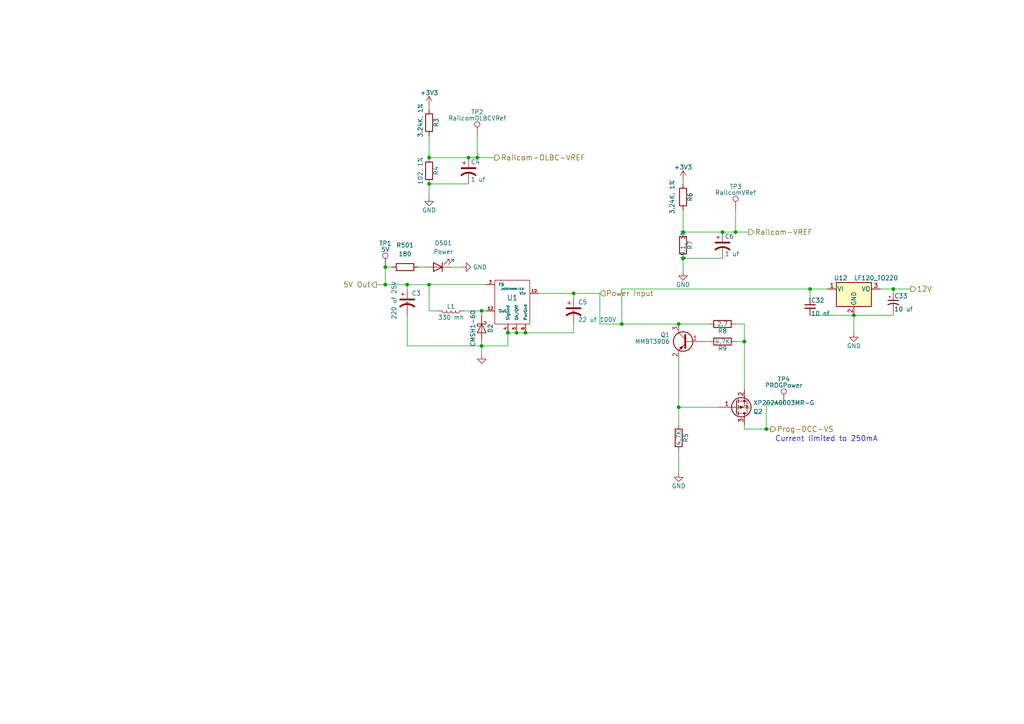
<source format=kicad_sch>
(kicad_sch (version 20211123) (generator eeschema)
  (paper "A4")
  (title_block (title "Pocket Beagle DCC Command Station (SMD version)") (date "2021-04-09") (rev "A") (company "Deepwoods Software") (comment 1 "Power Supplies"))
  (lib_symbols
    (symbol "Device:LED" (pin_numbers hide) (pin_names (offset 1.016) hide)
      (property "Reference" "D" (at 0 2.54 0))
      (property "Value" "LED" (at 0 -2.54 0))
      (symbol "LED_0_1"
        (polyline (pts (xy -1.27 -1.27) (xy -1.27 1.27)) (stroke (width 0.254)))
        (polyline (pts (xy -1.27 0) (xy 1.27 0)))
        (polyline (pts (xy 1.27 -1.27) (xy 1.27 1.27) (xy -1.27 0) (xy 1.27 -1.27)) (stroke (width 0.254)))
        (polyline (pts (xy -3.048 -0.762) (xy -4.572 -2.286) (xy -3.81 -2.286) (xy -4.572 -2.286) (xy -4.572 -1.524)))
        (polyline (pts (xy -1.778 -0.762) (xy -3.302 -2.286) (xy -2.54 -2.286) (xy -3.302 -2.286) (xy -3.302 -1.524)))
      )
      (symbol "LED_1_1"
        (pin passive line (at -3.81 0 0) (length 2.54) (name "K") (number "1"))
        (pin passive line (at 3.81 0 180) (length 2.54) (name "A") (number "2"))
      )
    )
    (symbol "Device:R" (pin_numbers hide) (pin_names (offset 0))
      (property "Reference" "R" (at 2.032 0 90))
      (property "Value" "R" (at 0 0 90))
      (symbol "R_0_1"
        (rectangle (start -1.016 -2.54) (end 1.016 2.54) (stroke (width 0.254)))
      )
      (symbol "R_1_1"
        (pin passive line (at 0 3.81 270) (length 1.27) (name "~") (number "1"))
        (pin passive line (at 0 -3.81 90) (length 1.27) (name "~") (number "2"))
      )
    )
    (symbol "PocketBeagleCommandStation_SMD-rescue:+3.3V" (power) (pin_names (offset 0))
      (property "Value" "+3.3V" (at 0 3.556 0))
      (symbol "+3.3V_0_1"
        (polyline (pts (xy -0.762 1.27) (xy 0 2.54)))
        (polyline (pts (xy 0 0) (xy 0 2.54)))
        (polyline (pts (xy 0 2.54) (xy 0.762 1.27)))
      )
      (symbol "+3.3V_1_1"
        (pin power_in line (at 0 0 90) (length 0) hide (name "+3V3") (number "1"))
      )
    )
    (symbol "PocketBeagleCommandStation_SMD-rescue:CP1" (pin_numbers hide) (pin_names (offset 0.254) hide)
      (property "Reference" "C" (at 0.635 2.54 0))
      (property "Value" "CP1" (at 0.635 -2.54 0))
      (symbol "CP1_0_1"
        (polyline (pts (xy -2.032 0.762) (xy 2.032 0.762)) (stroke (width 0.508)))
        (polyline (pts (xy -1.778 2.286) (xy -0.762 2.286)))
        (polyline (pts (xy -1.27 1.778) (xy -1.27 2.794)))
        (arc (start 2.032 -1.27) (mid 0 -0.5572) (end -2.032 -1.27) (stroke (width 0.508)))
      )
      (symbol "CP1_1_1"
        (pin passive line (at 0 3.81 270) (length 2.794) (name "~") (number "1"))
        (pin passive line (at 0 -3.81 90) (length 3.302) (name "~") (number "2"))
      )
    )
    (symbol "PocketBeagleCommandStation_SMD-rescue:CP1_Small" (pin_numbers hide) (pin_names (offset 0.254) hide)
      (property "Reference" "C" (at 0.254 1.778 0))
      (property "Value" "CP1_Small" (at 0.254 -2.032 0))
      (symbol "CP1_Small_0_1"
        (polyline (pts (xy -1.524 0.508) (xy 1.524 0.508)) (stroke (width 0.3048)))
        (polyline (pts (xy -1.27 1.524) (xy -0.762 1.524)))
        (polyline (pts (xy -1.016 1.27) (xy -1.016 1.778)))
        (arc (start 1.524 -0.762) (mid 0 -0.3734) (end -1.524 -0.762) (stroke (width 0.3048)))
      )
      (symbol "CP1_Small_1_1"
        (pin passive line (at 0 2.54 270) (length 2.032) (name "~") (number "1"))
        (pin passive line (at 0 -2.54 90) (length 2.032) (name "~") (number "2"))
      )
    )
    (symbol "PocketBeagleCommandStation_SMD-rescue:C_Small" (pin_numbers hide) (pin_names (offset 0.254) hide)
      (property "Reference" "C" (at 0.254 1.778 0))
      (property "Value" "C_Small" (at 0.254 -2.032 0))
      (symbol "C_Small_0_1"
        (polyline (pts (xy -1.524 -0.508) (xy 1.524 -0.508)) (stroke (width 0.3302)))
        (polyline (pts (xy -1.524 0.508) (xy 1.524 0.508)) (stroke (width 0.3048)))
      )
      (symbol "C_Small_1_1"
        (pin passive line (at 0 2.54 270) (length 2.032) (name "~") (number "1"))
        (pin passive line (at 0 -2.54 90) (length 2.032) (name "~") (number "2"))
      )
    )
    (symbol "PocketBeagleCommandStation_SMD-rescue:D_Schottky" (pin_numbers hide) (pin_names (offset 1.016) hide)
      (property "Reference" "D" (at 0 2.54 0))
      (property "Value" "D_Schottky" (at 0 -2.54 0))
      (symbol "D_Schottky_0_1"
        (polyline (pts (xy 1.27 0) (xy -1.27 0)))
        (polyline (pts (xy 1.27 1.27) (xy 1.27 -1.27) (xy -1.27 0) (xy 1.27 1.27)) (stroke (width 0.2032)))
        (polyline (pts (xy -1.905 0.635) (xy -1.905 1.27) (xy -1.27 1.27) (xy -1.27 -1.27) (xy -0.635 -1.27) (xy -0.635 -0.635)) (stroke (width 0.2032)))
      )
      (symbol "D_Schottky_1_1"
        (pin passive line (at -3.81 0 0) (length 2.54) (name "K") (number "1"))
        (pin passive line (at 3.81 0 180) (length 2.54) (name "A") (number "2"))
      )
    )
    (symbol "PocketBeagleCommandStation_SMD-rescue:GND" (power) (pin_names (offset 0))
      (property "Value" "GND" (at 0 -3.81 0))
      (symbol "GND_0_1"
        (polyline (pts (xy 0 0) (xy 0 -1.27) (xy 1.27 -1.27) (xy 0 -2.54) (xy -1.27 -1.27) (xy 0 -1.27)))
      )
      (symbol "GND_1_1"
        (pin power_in line (at 0 0 270) (length 0) hide (name "GND") (number "1"))
      )
    )
    (symbol "PocketBeagleCommandStation_SMD-rescue:L" (pin_numbers hide) (pin_names (offset 1.016) hide)
      (property "Reference" "L" (at -1.27 0 90))
      (property "Value" "L" (at 1.905 0 90))
      (symbol "L_0_1"
        (arc (start 0 -2.54) (mid 0.635 -1.905) (end 0 -1.27))
        (arc (start 0 -1.27) (mid 0.635 -0.635) (end 0 0))
        (arc (start 0 0) (mid 0.635 0.635) (end 0 1.27))
        (arc (start 0 1.27) (mid 0.635 1.905) (end 0 2.54))
      )
      (symbol "L_1_1"
        (pin passive line (at 0 3.81 270) (length 1.27) (name "1") (number "1"))
        (pin passive line (at 0 -3.81 90) (length 1.27) (name "2") (number "2"))
      )
    )
    (symbol "PocketBeagleCommandStation_SMD-rescue:LF120_TO220" (pin_names (offset 0.254))
      (property "Reference" "U" (at -3.81 3.175 0))
      (property "Value" "LF120_TO220" (at 0 3.175 0))
      (symbol "LF120_TO220_0_1"
        (rectangle (start -5.08 1.905) (end 5.08 -5.08) (stroke (width 0.254)) (fill (type background)))
      )
      (symbol "LF120_TO220_1_1"
        (pin power_in line (at -7.62 0 0) (length 2.54) (name "VI") (number "1"))
        (pin power_in line (at 0 -7.62 90) (length 2.54) (name "GND") (number "2"))
        (pin power_out line (at 7.62 0 180) (length 2.54) (name "VO") (number "3"))
      )
    )
    (symbol "PocketBeagleCommandStation_SMD-rescue:MMBT3906" (pin_names (offset 0) hide)
      (property "Reference" "Q" (at 5.08 1.905 0))
      (property "Value" "MMBT3906" (at 5.08 0 0))
      (symbol "MMBT3906_0_1"
        (polyline (pts (xy 0.635 0.635) (xy 2.54 2.54)))
        (polyline (pts (xy 0.635 -0.635) (xy 2.54 -2.54) (xy 2.54 -2.54)))
        (polyline (pts (xy 0.635 1.905) (xy 0.635 -1.905) (xy 0.635 -1.905)) (stroke (width 0.508)))
        (polyline (pts (xy 2.286 -1.778) (xy 1.778 -2.286) (xy 1.27 -1.27) (xy 2.286 -1.778) (xy 2.286 -1.778)) (fill (type outline)))
        (circle (center 1.27 0) (radius 2.8194) (stroke (width 0.254)))
      )
      (symbol "MMBT3906_1_1"
        (pin input line (at -5.08 0 0) (length 5.715) (name "B") (number "1"))
        (pin passive line (at 2.54 -5.08 90) (length 2.54) (name "E") (number "2"))
        (pin passive line (at 2.54 5.08 270) (length 2.54) (name "C") (number "3"))
      )
    )
    (symbol "PocketBeagleCommandStation_SMD-rescue:Q_PMOS_GSD" (pin_names (offset 0) hide)
      (property "Reference" "Q" (at 5.08 1.27 0))
      (property "Value" "Q_PMOS_GSD" (at 5.08 -1.27 0))
      (symbol "Q_PMOS_GSD_0_1"
        (polyline (pts (xy 0.0508 0) (xy 0.254 0)))
        (polyline (pts (xy 0.762 -1.778) (xy 2.54 -1.778)))
        (polyline (pts (xy 0.762 -1.27) (xy 0.762 -2.286)) (stroke (width 0.254)))
        (polyline (pts (xy 0.762 0) (xy 2.54 0)))
        (polyline (pts (xy 0.762 0.508) (xy 0.762 -0.508)) (stroke (width 0.254)))
        (polyline (pts (xy 0.762 1.778) (xy 2.54 1.778)))
        (polyline (pts (xy 0.762 2.286) (xy 0.762 1.27)) (stroke (width 0.254)))
        (polyline (pts (xy 2.54 -1.778) (xy 2.54 -2.54)))
        (polyline (pts (xy 2.54 -1.778) (xy 2.54 0)))
        (polyline (pts (xy 2.54 2.54) (xy 2.54 1.778)))
        (polyline (pts (xy 0.254 1.905) (xy 0.254 -1.905) (xy 0.254 -1.905)) (stroke (width 0.254)))
        (polyline (pts (xy 2.286 0) (xy 1.27 -0.381) (xy 1.27 0.381) (xy 2.286 0)) (fill (type outline)))
        (polyline (pts (xy 2.54 -1.778) (xy 3.302 -1.778) (xy 3.302 1.778) (xy 2.54 1.778)))
        (polyline (pts (xy 2.794 -0.508) (xy 2.921 -0.381) (xy 3.683 -0.381) (xy 3.81 -0.254)))
        (polyline (pts (xy 3.302 -0.381) (xy 2.921 0.254) (xy 3.683 0.254) (xy 3.302 -0.381)))
        (circle (center 1.651 0) (radius 2.8194) (stroke (width 0.254)))
        (circle (center 2.54 -1.778) (radius 0.2794) (fill (type outline)))
        (circle (center 2.54 1.778) (radius 0.2794) (fill (type outline)))
      )
      (symbol "Q_PMOS_GSD_1_1"
        (pin input line (at -5.08 0 0) (length 5.08) (name "G") (number "1"))
        (pin passive line (at 2.54 -5.08 90) (length 2.54) (name "S") (number "2"))
        (pin passive line (at 2.54 5.08 270) (length 2.54) (name "D") (number "3"))
      )
    )
    (symbol "PocketBeagleCommandStation_SMD-rescue:R" (pin_numbers hide) (pin_names (offset 0))
      (property "Reference" "R" (at 2.032 0 90))
      (property "Value" "R" (at 0 0 90))
      (symbol "R_0_1"
        (rectangle (start -1.016 -2.54) (end 1.016 2.54) (stroke (width 0.254)))
      )
      (symbol "R_1_1"
        (pin passive line (at 0 3.81 270) (length 1.27) (name "~") (number "1"))
        (pin passive line (at 0 -3.81 90) (length 1.27) (name "~") (number "2"))
      )
    )
    (symbol "PocketBeagleCommandStation_SMD-rescue:TEST_1P" (pin_numbers hide) (pin_names (offset 0.762) hide)
      (property "Reference" "J" (at 0 6.858 0))
      (property "Value" "TEST_1P" (at 0 5.08 0))
      (symbol "TEST_1P_0_1"
        (circle (center 0 3.302) (radius 0.762))
      )
      (symbol "TEST_1P_1_1"
        (pin passive line (at 0 0 90) (length 2.54) (name "1") (number "1"))
      )
    )
    (symbol "lm2574n-5:LM2574HVM-5.0" (pin_names (offset 1.016))
      (property "Reference" "U" (at 0 1.27 0))
      (property "Value" "LM2574HVM-5.0" (at 0 3.81 0))
      (symbol "LM2574HVM-5.0_0_1"
        (rectangle (start -5.08 6.35) (end 5.08 -6.35))
      )
      (symbol "LM2574HVM-5.0_1_1"
        (pin input line (at -2.54 8.89 270) (length 2.54) hide (name "NC") (number "1"))
        (pin input line (at 7.62 2.54 180) (length 2.54) (name "Vin") (number "10"))
        (pin input line (at 3.81 8.89 270) (length 2.54) hide (name "NC") (number "11"))
        (pin power_out line (at -7.62 -2.54 0) (length 2.54) (name "Out") (number "12"))
        (pin input line (at 2.54 8.89 270) (length 2.54) hide (name "NC") (number "13"))
        (pin input line (at 1.27 8.89 270) (length 2.54) hide (name "NC") (number "14"))
        (pin input line (at -1.27 8.89 270) (length 2.54) hide (name "NC") (number "2"))
        (pin power_in line (at -7.62 5.08 0) (length 2.54) (name "FB") (number "3"))
        (pin power_out line (at -1.27 -8.89 90) (length 2.54) (name "SigGnd") (number "4"))
        (pin input line (at 1.27 -8.89 90) (length 2.54) (name "Oh/Off") (number "5"))
        (pin input line (at 3.81 -8.89 90) (length 2.54) (name "PwrGnd") (number "6"))
        (pin input line (at 0 8.89 270) (length 2.54) hide (name "NC") (number "7"))
        (pin input line (at 7.62 -2.54 180) (length 2.54) hide (name "NC") (number "8"))
        (pin input line (at 7.62 0 180) (length 2.54) hide (name "NC") (number "9"))
      )
    )
  )
  (junction (at 222.25 124.46))
  (junction (at 139.7 100.33))
  (junction (at 118.11 82.55))
  (junction (at 259.08 83.82))
  (junction (at 198.12 67.31))
  (junction (at 138.43 45.72))
  (junction (at 124.46 45.72))
  (junction (at 135.89 45.72))
  (junction (at 124.46 53.34))
  (junction (at 196.85 93.98))
  (junction (at 198.12 74.93))
  (junction (at 166.37 85.09))
  (junction (at 196.85 118.11))
  (junction (at 152.4 96.52))
  (junction (at 139.7 90.17))
  (junction (at 180.34 93.98))
  (junction (at 234.95 83.82))
  (junction (at 213.36 67.31))
  (junction (at 209.55 67.31))
  (junction (at 111.76 82.55))
  (junction (at 149.86 96.52))
  (junction (at 147.32 96.52))
  (junction (at 111.76 77.47))
  (junction (at 215.9 99.06))
  (junction (at 247.65 91.44))
  (junction (at 124.46 82.55))
  (wire (pts (xy 213.36 99.06) (xy 215.9 99.06)))
  (wire (pts (xy 152.4 96.52) (xy 166.37 96.52)))
  (wire (pts (xy 135.89 53.34) (xy 124.46 53.34)))
  (wire (pts (xy 118.11 100.33) (xy 118.11 91.44)))
  (wire (pts (xy 234.95 83.82) (xy 240.03 83.82)))
  (wire (pts (xy 180.34 93.98) (xy 196.85 93.98)))
  (wire (pts (xy 196.85 93.98) (xy 205.74 93.98)))
  (wire (pts (xy 149.86 96.52) (xy 152.4 96.52)))
  (wire (pts (xy 121.285 77.47) (xy 123.19 77.47)))
  (wire (pts (xy 198.12 52.07) (xy 198.12 53.34)))
  (wire (pts (xy 205.74 99.06) (xy 204.47 99.06)))
  (wire (pts (xy 118.11 83.82) (xy 118.11 82.55)))
  (wire (pts (xy 255.27 83.82) (xy 259.08 83.82)))
  (wire (pts (xy 124.46 30.48) (xy 124.46 31.75)))
  (wire (pts (xy 180.34 83.82) (xy 180.34 93.98)))
  (wire (pts (xy 124.46 45.72) (xy 135.89 45.72)))
  (wire (pts (xy 198.12 60.96) (xy 198.12 67.31)))
  (wire (pts (xy 213.36 67.31) (xy 217.17 67.31)))
  (wire (pts (xy 196.85 104.14) (xy 196.85 118.11)))
  (wire (pts (xy 139.7 99.06) (xy 139.7 100.33)))
  (wire (pts (xy 196.85 137.16) (xy 196.85 130.81)))
  (wire (pts (xy 139.7 100.33) (xy 147.32 100.33)))
  (wire (pts (xy 111.76 77.47) (xy 111.76 82.55)))
  (wire (pts (xy 198.12 67.31) (xy 209.55 67.31)))
  (wire (pts (xy 222.25 124.46) (xy 223.52 124.46)))
  (wire (pts (xy 118.11 82.55) (xy 124.46 82.55)))
  (wire (pts (xy 213.36 60.96) (xy 213.36 67.31)))
  (wire (pts (xy 166.37 85.09) (xy 173.99 85.09)))
  (wire (pts (xy 196.85 118.11) (xy 196.85 123.19)))
  (wire (pts (xy 259.08 83.82) (xy 264.16 83.82)))
  (wire (pts (xy 215.9 124.46) (xy 215.9 123.19)))
  (wire (pts (xy 198.12 74.93) (xy 198.12 78.74)))
  (wire (pts (xy 209.55 74.93) (xy 198.12 74.93)))
  (wire (pts (xy 124.46 53.34) (xy 124.46 57.15)))
  (wire (pts (xy 234.95 91.44) (xy 247.65 91.44)))
  (wire (pts (xy 124.46 82.55) (xy 124.46 90.17)))
  (wire (pts (xy 209.55 67.31) (xy 213.36 67.31)))
  (wire (pts (xy 259.08 83.82) (xy 259.08 85.09)))
  (wire (pts (xy 166.37 86.36) (xy 166.37 85.09)))
  (wire (pts (xy 124.46 82.55) (xy 140.97 82.55)))
  (wire (pts (xy 138.43 45.72) (xy 143.51 45.72)))
  (wire (pts (xy 215.9 93.98) (xy 215.9 99.06)))
  (wire (pts (xy 109.22 82.55) (xy 111.76 82.55)))
  (wire (pts (xy 173.99 93.98) (xy 180.34 93.98)))
  (wire (pts (xy 111.76 82.55) (xy 118.11 82.55)))
  (wire (pts (xy 130.81 77.47) (xy 133.985 77.47)))
  (wire (pts (xy 173.99 85.09) (xy 173.99 93.98)))
  (wire (pts (xy 139.7 100.33) (xy 139.7 102.87)))
  (wire (pts (xy 139.7 90.17) (xy 140.97 90.17)))
  (wire (pts (xy 139.7 91.44) (xy 139.7 90.17)))
  (wire (pts (xy 156.21 85.09) (xy 166.37 85.09)))
  (wire (pts (xy 118.11 100.33) (xy 139.7 100.33)))
  (wire (pts (xy 208.28 118.11) (xy 196.85 118.11)))
  (wire (pts (xy 124.46 90.17) (xy 127 90.17)))
  (wire (pts (xy 247.65 96.52) (xy 247.65 91.44)))
  (wire (pts (xy 166.37 96.52) (xy 166.37 93.98)))
  (wire (pts (xy 222.25 116.84) (xy 222.25 124.46)))
  (wire (pts (xy 215.9 93.98) (xy 213.36 93.98)))
  (wire (pts (xy 138.43 39.37) (xy 138.43 45.72)))
  (wire (pts (xy 124.46 39.37) (xy 124.46 45.72)))
  (wire (pts (xy 259.08 91.44) (xy 259.08 90.17)))
  (wire (pts (xy 147.32 100.33) (xy 147.32 96.52)))
  (wire (pts (xy 215.9 99.06) (xy 215.9 113.03)))
  (wire (pts (xy 147.32 96.52) (xy 149.86 96.52)))
  (wire (pts (xy 134.62 90.17) (xy 139.7 90.17)))
  (wire (pts (xy 180.34 83.82) (xy 234.95 83.82)))
  (wire (pts (xy 135.89 45.72) (xy 138.43 45.72)))
  (wire (pts (xy 227.33 116.84) (xy 222.25 116.84)))
  (wire (pts (xy 247.65 91.44) (xy 259.08 91.44)))
  (wire (pts (xy 111.76 77.47) (xy 113.665 77.47)))
  (wire (pts (xy 215.9 124.46) (xy 222.25 124.46)))
  (wire (pts (xy 234.95 83.82) (xy 234.95 86.36)))
  (text "Current limited to 250mA" (at 224.79 128.27 0) (effects (font (size 1.524 1.524)) (justify left bottom)))
  (hierarchical_label "Railcom-OLBC-VREF" (shape output) (at 143.51 45.72 0) (effects (font (size 1.524 1.524))))
  (hierarchical_label "5V Out" (shape output) (at 109.22 82.55 180) (effects (font (size 1.524 1.524))))
  (hierarchical_label "12V" (shape output) (at 264.16 83.82 0) (effects (font (size 1.524 1.524))))
  (hierarchical_label "Prog-DCC-VS" (shape output) (at 223.52 124.46 0) (effects (font (size 1.524 1.524))))
  (hierarchical_label "Railcom-VREF" (shape output) (at 217.17 67.31 0) (effects (font (size 1.524 1.524))))
  (hierarchical_label "Power Input" (shape input) (at 173.99 85.09 0) (effects (font (size 1.524 1.524))))
  (symbol (lib_id "PocketBeagleCommandStation_SMD-rescue:CP1") (at 118.11 87.63 0) (unit 1)
    (property "Reference" "C3" (at 119.38 85.09 0) (effects (justify left)))
    (property "Value" "220 uf 25V" (at 114.3 92.71 90) (effects (justify left)))
    (property "Footprint" "Capacitor_SMD:CP_Elec_8x10" (effects hide))
    (property "Datasheet" "~" (at 118.11 87.63 0) (effects (font (size 1.524 1.524))))
    (property "Mouser Part Number" "647-UUX2A220MNL6GS" (effects hide))
    (property "LCSC" "C2162918" (effects hide))
    (property "MPN" "Nichicon UUX2A220MNL6GS" (effects hide))
  )
  (symbol (lib_id "PocketBeagleCommandStation_SMD-rescue:GND") (at 139.7 102.87 0) (unit 1)
    (property "Reference" "#PWR022" (effects hide))
    (property "Value" "GND" (effects hide))
  )
  (symbol (lib_id "PocketBeagleCommandStation_SMD-rescue:CP1") (at 166.37 90.17 0) (unit 1)
    (property "Reference" "C5" (at 167.64 87.63 0) (effects (justify left)))
    (property "Value" "22 uf 100V" (at 167.64 92.71 0) (effects (justify left)))
    (property "Footprint" "Capacitor_SMD:CP_Elec_8x10" (effects hide))
    (property "Datasheet" "~" (at 166.37 90.17 0) (effects (font (size 1.524 1.524))))
    (property "Mouser Part Number" "647-UWT1E221MNL1GS" (effects hide))
    (property "LCSC" "C2983548" (effects hide))
    (property "MPN" "HRK GVT1E227M0810CNVC" (effects hide))
  )
  (symbol (lib_id "PocketBeagleCommandStation_SMD-rescue:L") (at 130.81 90.17 270) (unit 1)
    (property "Reference" "L1" (at 130.81 88.9 90))
    (property "Value" "330 mh" (at 130.81 92.075 90))
    (property "Footprint" "SRN1060:SRN1060" (effects hide))
    (property "Mouser Part Number" "652-SRN1060-331M" (effects hide))
    (property "LCSC" "C1330220" (effects hide))
    (property "MPN" "BOURNS SRN1060-331M" (effects hide))
  )
  (symbol (lib_id "PocketBeagleCommandStation_SMD-rescue:D_Schottky") (at 139.7 95.25 270) (unit 1)
    (property "Reference" "D2" (at 142.24 95.25 0))
    (property "Value" "CMSH1-60" (at 137.16 95.25 0))
    (property "Footprint" "Diode_SMD:D_SMA" (effects hide))
    (property "Mouser Part Number" "610-CMSH1-60TR13" (effects hide))
    (property "LCSC" "C6883184" (effects hide))
    (property "MPN" "Central Semicon CMSH1-100M TR13 PBFREE" (effects hide))
  )
  (symbol (lib_id "PocketBeagleCommandStation_SMD-rescue:R") (at 209.55 93.98 270) (unit 1)
    (property "Reference" "R8" (at 209.55 96.012 90))
    (property "Value" "2.7" (at 209.55 93.98 90))
    (property "Footprint" "Resistor_SMD:R_1206_3216Metric" (effects hide))
    (property "Mouser Part Number" "660-RK73H2BTTD2R70F" (effects hide))
    (property "LCSC" "C346132" (effects hide))
    (property "MPN" "KOA Speer Elec RK73H2BTTD2R70F" (effects hide))
  )
  (symbol (lib_id "PocketBeagleCommandStation_SMD-rescue:R") (at 209.55 99.06 270) (unit 1)
    (property "Reference" "R9" (at 209.55 101.092 90))
    (property "Value" "4.7K" (at 209.55 99.06 90))
    (property "Footprint" "Resistor_SMD:R_0805_2012Metric" (effects hide))
    (property "Mouser Part Number" "71-CRCW0805-4.7K-E3" (effects hide))
    (property "LCSC" "C3017854" (effects hide))
    (property "MPN" "VO SCR0805J4K7" (effects hide))
  )
  (symbol (lib_id "PocketBeagleCommandStation_SMD-rescue:R") (at 196.85 127 0) (unit 1)
    (property "Reference" "R5" (at 198.882 127 90))
    (property "Value" "4.7K" (at 196.85 127 90))
    (property "Footprint" "Resistor_SMD:R_0805_2012Metric" (effects hide))
    (property "Mouser Part Number" "71-CRCW0805-4.7K-E3" (effects hide))
    (property "LCSC" "C3017854" (effects hide))
    (property "MPN" "VO SCR0805J4K7" (effects hide))
  )
  (symbol (lib_id "PocketBeagleCommandStation_SMD-rescue:GND") (at 196.85 137.16 0) (unit 1)
    (property "Reference" "#PWR023" (effects hide))
    (property "Value" "GND" (at 196.85 140.97 0))
  )
  (symbol (lib_id "PocketBeagleCommandStation_SMD-rescue:+3.3V") (at 198.12 52.07 0) (unit 1)
    (property "Reference" "#PWR024" (effects hide))
    (property "Value" "+3.3V" (at 198.12 48.514 0))
  )
  (symbol (lib_id "PocketBeagleCommandStation_SMD-rescue:R") (at 198.12 57.15 0) (unit 1)
    (property "Reference" "R6" (at 200.152 57.15 90))
    (property "Value" "3.24K, 1%" (at 194.945 57.15 90))
    (property "Footprint" "Resistor_SMD:R_0603_1608Metric" (effects hide))
    (property "Mouser Part Number" "279-CRGH0603F3K24" (effects hide))
    (property "LCSC" "C2099503" (effects hide))
    (property "MPN" "TE Connectivity CRGH0603F3K24" (effects hide))
  )
  (symbol (lib_id "PocketBeagleCommandStation_SMD-rescue:R") (at 198.12 71.12 0) (unit 1) (in_bom no)
    (property "Reference" "R7" (at 200.152 71.12 90))
    (property "Value" "19.1, 1%" (at 198.12 71.12 90))
    (property "Footprint" "Resistor_SMD:R_0805_2012Metric" (effects hide))
    (property "Mouser Part Number" "71-CRCW080519R1FKEA" (effects hide))
    (property "LCSC" "C4261497" (effects hide))
    (property "MPN" "Vishay Intertech CRCW080519R1FKEAC" (effects hide))
  )
  (symbol (lib_id "PocketBeagleCommandStation_SMD-rescue:GND") (at 198.12 78.74 0) (unit 1)
    (property "Reference" "#PWR025" (effects hide))
    (property "Value" "GND" (at 198.12 82.55 0))
  )
  (symbol (lib_id "PocketBeagleCommandStation_SMD-rescue:CP1") (at 209.55 71.12 0) (unit 1)
    (property "Reference" "C6" (at 210.185 68.58 0) (effects (justify left)))
    (property "Value" "1 uf" (at 210.185 73.66 0) (effects (justify left)))
    (property "Footprint" "Capacitor_SMD:C_0603_1608Metric" (effects hide))
    (property "Mouser Part Number" "963-GMK107AB7105KAHT" (effects hide))
    (property "LCSC" "C841050" (effects hide))
    (property "MPN" "Taiyo Yuden GMK107AB7105KAHT" (effects hide))
  )
  (symbol (lib_id "PocketBeagleCommandStation_SMD-rescue:+3.3V") (at 124.46 30.48 0) (unit 1)
    (property "Reference" "#PWR026" (effects hide))
    (property "Value" "+3.3V" (at 124.46 26.924 0))
  )
  (symbol (lib_id "PocketBeagleCommandStation_SMD-rescue:R") (at 124.46 35.56 0) (unit 1)
    (property "Reference" "R3" (at 126.492 35.56 90))
    (property "Value" "3.24K, 1%" (at 121.92 34.925 90))
    (property "Footprint" "Resistor_SMD:R_0603_1608Metric" (effects hide))
    (property "Mouser Part Number" "279-CRGH0603F3K24" (effects hide))
    (property "LCSC" "C2099503" (effects hide))
    (property "MPN" "TE Connectivity CRGH0603F3K24" (effects hide))
  )
  (symbol (lib_id "PocketBeagleCommandStation_SMD-rescue:R") (at 124.46 49.53 0) (unit 1)
    (property "Reference" "R4" (at 126.492 49.53 90))
    (property "Value" "102, 1%" (at 121.92 49.53 90))
    (property "Footprint" "Resistor_SMD:R_0805_2012Metric" (effects hide))
    (property "Mouser Part Number" "71-CRCW0805102RFKEA" (effects hide))
    (property "LCSC" "C2090783" (effects hide))
    (property "MPN" "Vishay Intertech CRCW0805102RFKEA" (effects hide))
  )
  (symbol (lib_id "PocketBeagleCommandStation_SMD-rescue:GND") (at 124.46 57.15 0) (unit 1)
    (property "Reference" "#PWR027" (effects hide))
    (property "Value" "GND" (at 124.46 60.96 0))
  )
  (symbol (lib_id "PocketBeagleCommandStation_SMD-rescue:CP1") (at 135.89 49.53 0) (unit 1)
    (property "Reference" "C4" (at 136.525 46.99 0) (effects (justify left)))
    (property "Value" "1 uf" (at 136.525 52.07 0) (effects (justify left)))
    (property "Footprint" "Capacitor_SMD:C_0603_1608Metric" (effects hide))
    (property "Mouser Part Number" "963-GMK107AB7105KAHT" (effects hide))
    (property "LCSC" "C841050" (effects hide))
    (property "MPN" "Taiyo Yuden GMK107AB7105KAHT" (effects hide))
  )
  (symbol (lib_id "PocketBeagleCommandStation_SMD-rescue:TEST_1P") (at 138.43 39.37 0) (unit 1) (in_bom no)
    (property "Reference" "TP2" (at 138.43 32.512 0))
    (property "Value" "RailcomOLBCVRef" (at 138.43 34.29 0))
    (property "Footprint" "TestPoint:TestPoint_Pad_D3.0mm" (effects hide))
  )
  (symbol (lib_id "PocketBeagleCommandStation_SMD-rescue:TEST_1P") (at 111.76 77.47 0) (unit 1) (in_bom no)
    (property "Reference" "TP1" (at 111.76 70.612 0))
    (property "Value" "5V" (at 111.76 72.39 0))
    (property "Footprint" "TestPoint:TestPoint_Pad_D3.0mm" (effects hide))
  )
  (symbol (lib_id "PocketBeagleCommandStation_SMD-rescue:TEST_1P") (at 213.36 60.96 0) (unit 1) (in_bom no)
    (property "Reference" "TP3" (at 213.36 54.102 0))
    (property "Value" "RailcomVRef" (at 213.36 55.88 0))
    (property "Footprint" "TestPoint:TestPoint_Pad_D3.0mm" (effects hide))
  )
  (symbol (lib_id "PocketBeagleCommandStation_SMD-rescue:TEST_1P") (at 227.33 116.84 0) (unit 1) (in_bom no)
    (property "Reference" "TP4" (at 227.33 109.982 0))
    (property "Value" "PROGPower" (at 227.33 111.76 0))
    (property "Footprint" "TestPoint:TestPoint_Pad_D3.0mm" (effects hide))
  )
  (symbol (lib_id "lm2574n-5:LM2574HVM-5.0") (at 148.59 87.63 0) (unit 1)
    (property "Reference" "U1" (at 148.59 86.36 0) (effects (font (size 1.524 1.524))))
    (property "Value" "LM2574HVM-5.0" (at 148.59 83.82 0) (effects (font (size 0.5334 0.5334))))
    (property "Footprint" "SOIC_Wide:SOIC-14_7.4x8.7mm_Pitch1.27mm" (effects hide))
    (property "Mouser Part Number" "926-LM2574MX-5.0NOPB " (effects hide))
    (property "MPN" "Texas Instruments LM2574MX-5.0/NOPB " (effects hide))
  )
  (symbol (lib_id "PocketBeagleCommandStation_SMD-rescue:LF120_TO220") (at 247.65 83.82 0) (unit 1)
    (property "Reference" "U12" (at 243.84 80.645 0))
    (property "Value" "LF120_TO220" (at 247.65 80.645 0) (effects (justify left)))
    (property "Footprint" "Package_TO_SOT_SMD:TO-252-2" (effects hide))
    (property "Mouser Part Number" "511-LF120ABDT-TR" (effects hide))
    (property "LCSC" "C222115" (effects hide))
    (property "MPN" "STMicroelectronics LF120ABDT-TR" (effects hide))
  )
  (symbol (lib_id "PocketBeagleCommandStation_SMD-rescue:C_Small") (at 234.95 88.9 0) (unit 1)
    (property "Reference" "C32" (at 235.204 87.122 0) (effects (justify left)))
    (property "Value" "10 nf" (at 235.204 90.932 0) (effects (justify left)))
    (property "Footprint" "Capacitor_SMD:C_1206_3216Metric" (effects hide))
    (property "Mouser Part Number" "791-1206B103K500CT" (effects hide))
    (property "LCSC" "C152840" (effects hide))
    (property "MPN" "Walsin Tech Corp 1206B103K500CT" (effects hide))
  )
  (symbol (lib_id "PocketBeagleCommandStation_SMD-rescue:CP1_Small") (at 259.08 87.63 0) (unit 1)
    (property "Reference" "C33" (at 259.334 85.852 0) (effects (justify left)))
    (property "Value" "10 uf" (at 259.334 89.662 0) (effects (justify left)))
    (property "Footprint" "Capacitor_SMD:CP_Elec_5x5.3" (effects hide))
    (property "Mouser Part Number" "710-865230542002" (effects hide))
    (property "LCSC" "C6942192" (effects hide))
    (property "MPN" "KEMET EDK106M035A9DAA" (effects hide))
  )
  (symbol (lib_id "PocketBeagleCommandStation_SMD-rescue:GND") (at 247.65 96.52 0) (unit 1)
    (property "Reference" "#PWR028" (effects hide))
    (property "Value" "GND" (at 247.65 100.33 0))
  )
  (symbol (lib_id "PocketBeagleCommandStation_SMD-rescue:MMBT3906") (at 199.39 99.06 0) (mirror y) (unit 1)
    (property "Reference" "Q1" (at 194.31 97.155 0) (effects (justify left)))
    (property "Value" "MMBT3906" (at 194.31 99.06 0) (effects (justify left)))
    (property "Footprint" "Package_TO_SOT_SMD:SOT-23" (effects hide))
    (property "Mouser Part Number" "583-MMBT3906" (effects hide))
    (property "LCSC" "C727128" (effects hide))
    (property "MPN" "TWGMC MMBT3906" (effects hide))
  )
  (symbol (lib_id "PocketBeagleCommandStation_SMD-rescue:Q_PMOS_GSD") (at 213.36 118.11 0) (mirror x) (unit 1)
    (property "Reference" "Q2" (at 218.44 119.38 0) (effects (justify left)))
    (property "Value" "XP202A0003MR-G " (at 218.44 116.84 0) (effects (justify left)))
    (property "Footprint" "Package_TO_SOT_SMD:SOT-23" (effects hide))
    (property "Datasheet" "https://www.torexsemi.com/file/xp202a0003mr/XP202A0003MR.pdf" (effects hide))
    (property "Mouser Part Number" "865-XP202A0003MR-G" (effects hide))
    (property "LCSC" "C20755615" (effects hide))
    (property "MPN" "VBsemi Elec XP202A0003MR-G-VB" (effects hide))
  )
  (symbol (lib_id "Device:R") (at 117.475 77.47 90) (unit 1)
    (property "Reference" "R501" (at 117.475 71.12 90))
    (property "Value" "180" (at 117.475 73.66 90))
    (property "Footprint" "Resistor_SMD:R_0603_1608Metric" (effects hide))
    (property "Mouser Part Number" "603-RC0603JR-13180RL" (effects hide))
  )
  (symbol (lib_id "PocketBeagleCommandStation_SMD-rescue:GND") (at 133.985 77.47 90) (unit 1)
    (property "Reference" "#PWR0108" (effects hide))
    (property "Value" "GND" (at 137.16 77.4699 90) (effects (justify right)))
  )
  (symbol (lib_id "Device:LED") (at 127 77.47 180) (unit 1)
    (property "Reference" "D501" (at 128.5875 70.485 0))
    (property "Value" "Power" (at 128.5875 73.025 0))
    (property "Footprint" "LED_SMD:LED_0603_1608Metric" (effects hide))
    (property "Mouser Part Number" "710-150060BS75000" (effects hide))
  )
)
</source>
